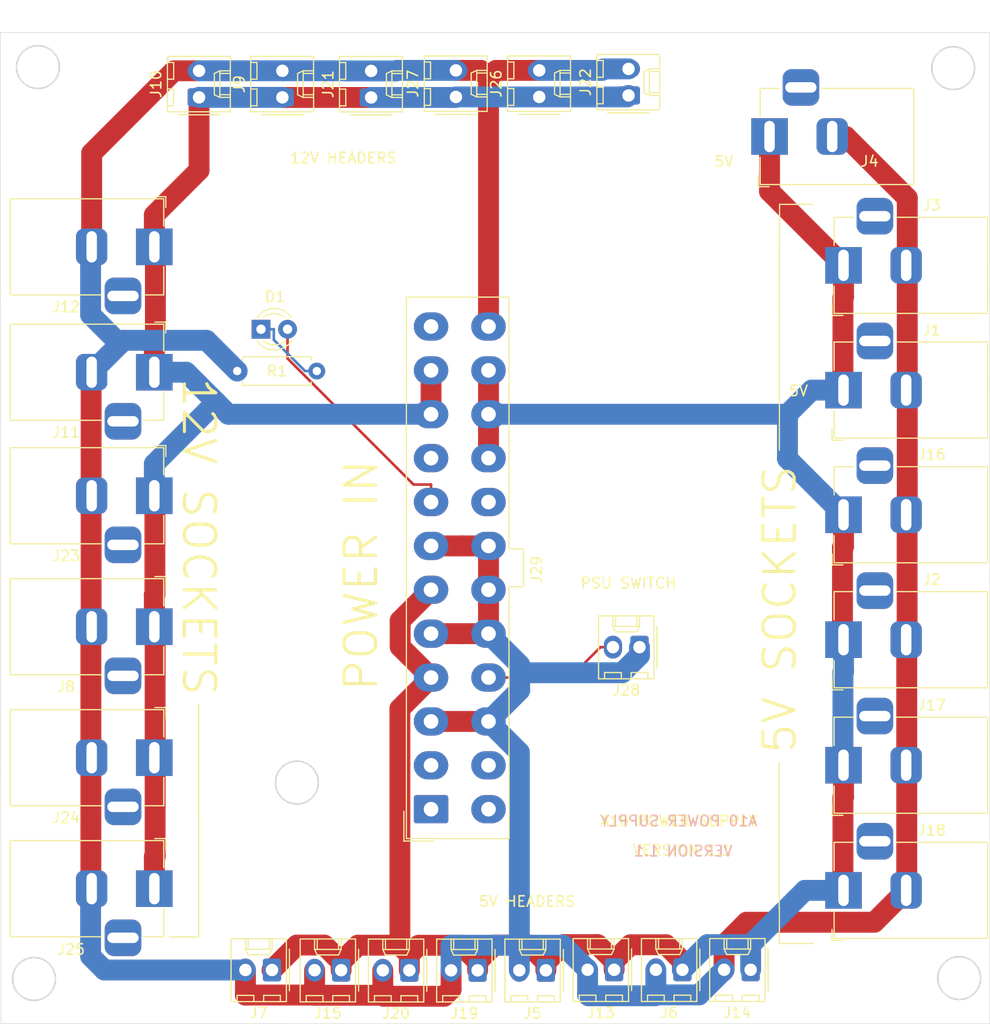
<source format=kicad_pcb>
(kicad_pcb (version 20240108) (generator "pcbnew") (generator_version "8.0")
  (layers (0 "F.Cu" signal) (31 "B.Cu" signal) (34 "B.Paste" user) (35 "F.Paste" user) (36 "B.SilkS" user "B.Silkscreen") (37 "F.SilkS" user "F.Silkscreen") (38 "B.Mask" user) (39 "F.Mask" user) (44 "Edge.Cuts" user))
  (net 0 "")
  (net 1 "/LED5V1")
  (net 2 "/12VSOCKETS+")
  (net 3 "Net-(D1-Pad1)")
  (net 4 "/LEDGND")
  (net 5 "/PWRGOOD")
  (net 6 "/PSUSW")
  (footprint "Connector_Molex:Molex_KK-254_AE-6410-02A_1x02_P2.54mm_Vertical" (layer "F.Cu") (at 52.2282 89.7508 180)
    (property "Reference" "J5" (at 1.27 -4.12 0) (layer "F.SilkS"))
    (property "Value" "5V")
    (pad "1" thru_hole roundrect (at 0 0 180) (size 1.74 2.19) (drill 1.19) (layers "*.Cu" "*.Mask") (roundrect_rratio 0.1436781609) (net 1 "/LED5V1"))
    (pad "2" thru_hole oval (at 2.54 0 180) (size 1.74 2.19) (drill 1.19) (layers "*.Cu" "*.Mask") (net 4 "/LEDGND"))
  )
  (footprint "Connector_Molex:Molex_KK-254_AE-6410-02A_1x02_P2.54mm_Vertical" (layer "F.Cu") (at 58.7622 89.7 180)
    (property "Reference" "J13" (at 1.27 -4.12 0) (layer "F.SilkS"))
    (property "Value" "5V")
    (pad "1" thru_hole roundrect (at 0 0 180) (size 1.74 2.19) (drill 1.19) (layers "*.Cu" "*.Mask") (roundrect_rratio 0.1436781609) (net 1 "/LED5V1"))
    (pad "2" thru_hole oval (at 2.54 0 180) (size 1.74 2.19) (drill 1.19) (layers "*.Cu" "*.Mask") (net 4 "/LEDGND"))
  )
  (footprint "Connector_Molex:Molex_KK-254_AE-6410-02A_1x02_P2.54mm_Vertical" (layer "F.Cu") (at 65.2961 89.7 180)
    (property "Reference" "J6" (at 1.27 -4.12 0) (layer "F.SilkS"))
    (property "Value" "5V")
    (pad "1" thru_hole roundrect (at 0 0 180) (size 1.74 2.19) (drill 1.19) (layers "*.Cu" "*.Mask") (roundrect_rratio 0.1436781609) (net 1 "/LED5V1"))
    (pad "2" thru_hole oval (at 2.54 0 180) (size 1.74 2.19) (drill 1.19) (layers "*.Cu" "*.Mask") (net 4 "/LEDGND"))
  )
  (footprint "Connector_Molex:Molex_KK-254_AE-6410-02A_1x02_P2.54mm_Vertical" (layer "F.Cu") (at 71.83 89.7 180)
    (property "Reference" "J14" (at 1.27 -4.12 0) (layer "F.SilkS"))
    (property "Value" "5V")
    (pad "1" thru_hole roundrect (at 0 0 180) (size 1.74 2.19) (drill 1.19) (layers "*.Cu" "*.Mask") (roundrect_rratio 0.1436781609) (net 1 "/LED5V1"))
    (pad "2" thru_hole oval (at 2.54 0 180) (size 1.74 2.19) (drill 1.19) (layers "*.Cu" "*.Mask") (net 4 "/LEDGND"))
  )
  (footprint "Connector_BarrelJack:BarrelJack_Horizontal" (layer "F.Cu") (at 80.72 34.2175 180)
    (property "Reference" "J1" (at -8.45 5.75 0) (layer "F.SilkS"))
    (property "Value" "5V" (at 4.31 -0.0725 0) (layer "F.SilkS"))
    (pad "1" thru_hole rect (at 0 0 180) (size 3.5 3.5) (drill oval 1 3) (layers "*.Cu" "*.Mask") (net 1 "/LED5V1"))
    (pad "2" thru_hole roundrect (at -6 0 180) (size 3 3.5) (drill oval 1 3) (layers "*.Cu" "*.Mask") (net 4 "/LEDGND"))
    (pad "3" thru_hole roundrect (at -3 4.7 180) (size 3.5 3.5) (drill oval 3 1) (layers "*.Cu" "*.Mask"))
  )
  (footprint "Connector_BarrelJack:BarrelJack_Horizontal" (layer "F.Cu") (at 80.72 46.1475 180)
    (property "Reference" "J16" (at -8.45 5.75 0) (layer "F.SilkS"))
    (property "Value" "5V")
    (pad "1" thru_hole rect (at 0 0 180) (size 3.5 3.5) (drill oval 1 3) (layers "*.Cu" "*.Mask") (net 1 "/LED5V1"))
    (pad "2" thru_hole roundrect (at -6 0 180) (size 3 3.5) (drill oval 1 3) (layers "*.Cu" "*.Mask") (net 4 "/LEDGND"))
    (pad "3" thru_hole roundrect (at -3 4.7 180) (size 3.5 3.5) (drill oval 3 1) (layers "*.Cu" "*.Mask"))
  )
  (footprint "Connector_BarrelJack:BarrelJack_Horizontal" (layer "F.Cu") (at 80.72 58.1075 180)
    (property "Reference" "J2" (at -8.45 5.75 0) (layer "F.SilkS"))
    (property "Value" "5V")
    (pad "1" thru_hole rect (at 0 0 180) (size 3.5 3.5) (drill oval 1 3) (layers "*.Cu" "*.Mask") (net 1 "/LED5V1"))
    (pad "2" thru_hole roundrect (at -6 0 180) (size 3 3.5) (drill oval 1 3) (layers "*.Cu" "*.Mask") (net 4 "/LEDGND"))
    (pad "3" thru_hole roundrect (at -3 4.7 180) (size 3.5 3.5) (drill oval 3 1) (layers "*.Cu" "*.Mask"))
  )
  (footprint "Connector_BarrelJack:BarrelJack_Horizontal" (layer "F.Cu") (at 80.72 70.1175 180)
    (property "Reference" "J17" (at -8.45 5.75 0) (layer "F.SilkS"))
    (property "Value" "5V")
    (pad "1" thru_hole rect (at 0 0 180) (size 3.5 3.5) (drill oval 1 3) (layers "*.Cu" "*.Mask") (net 1 "/LED5V1"))
    (pad "2" thru_hole roundrect (at -6 0 180) (size 3 3.5) (drill oval 1 3) (layers "*.Cu" "*.Mask") (net 4 "/LEDGND"))
    (pad "3" thru_hole roundrect (at -3 4.7 180) (size 3.5 3.5) (drill oval 3 1) (layers "*.Cu" "*.Mask"))
  )
  (footprint "Connector_BarrelJack:BarrelJack_Horizontal" (layer "F.Cu") (at 14.75 44.33)
    (property "Reference" "J23" (at -8.45 5.75 0) (layer "F.SilkS"))
    (property "Value" "12V")
    (pad "1" thru_hole rect (at 0 0) (size 3.5 3.5) (drill oval 1 3) (layers "*.Cu" "*.Mask") (net 2 "/12VSOCKETS+"))
    (pad "2" thru_hole roundrect (at -6 0) (size 3 3.5) (drill oval 1 3) (layers "*.Cu" "*.Mask") (net 4 "/LEDGND"))
    (pad "3" thru_hole roundrect (at -3 4.7) (size 3.5 3.5) (drill oval 3 1) (layers "*.Cu" "*.Mask"))
  )
  (footprint "Connector_BarrelJack:BarrelJack_Horizontal" (layer "F.Cu") (at 14.75 56.8658)
    (property "Reference" "J8" (at -8.45 5.75 0) (layer "F.SilkS"))
    (property "Value" "12V")
    (pad "1" thru_hole rect (at 0 0) (size 3.5 3.5) (drill oval 1 3) (layers "*.Cu" "*.Mask") (net 2 "/12VSOCKETS+"))
    (pad "2" thru_hole roundrect (at -6 0) (size 3 3.5) (drill oval 1 3) (layers "*.Cu" "*.Mask") (net 4 "/LEDGND"))
    (pad "3" thru_hole roundrect (at -3 4.7) (size 3.5 3.5) (drill oval 3 1) (layers "*.Cu" "*.Mask"))
  )
  (footprint "Connector_BarrelJack:BarrelJack_Horizontal" (layer "F.Cu") (at 14.75 69.4016)
    (property "Reference" "J24" (at -8.45 5.75 0) (layer "F.SilkS"))
    (property "Value" "12V")
    (pad "1" thru_hole rect (at 0 0) (size 3.5 3.5) (drill oval 1 3) (layers "*.Cu" "*.Mask") (net 2 "/12VSOCKETS+"))
    (pad "2" thru_hole roundrect (at -6 0) (size 3 3.5) (drill oval 1 3) (layers "*.Cu" "*.Mask") (net 4 "/LEDGND"))
    (pad "3" thru_hole roundrect (at -3 4.7) (size 3.5 3.5) (drill oval 3 1) (layers "*.Cu" "*.Mask"))
  )
  (footprint "Connector_Molex:Molex_Mini-Fit_Jr_5566-24A_2x12_P4.20mm_Vertical" (layer "F.Cu") (at 41.237 74.33 90)
    (property "Reference" "J29" (at 22.9288 10.1092 90) (layer "F.SilkS"))
    (property "Value" "Conn_01x24_Female")
    (pad "1" thru_hole roundrect (at 0 0 90) (size 2.7 3.3) (drill 1.4) (layers "*.Cu" "*.Mask") (roundrect_rratio 0.09259296296))
    (pad "2" thru_hole oval (at 4.2 0 90) (size 2.7 3.3) (drill 1.4) (layers "*.Cu" "*.Mask"))
    (pad "3" thru_hole oval (at 8.4 0 90) (size 2.7 3.3) (drill 1.4) (layers "*.Cu" "*.Mask") (net 4 "/LEDGND"))
    (pad "4" thru_hole oval (at 12.6 0 90) (size 2.7 3.3) (drill 1.4) (layers "*.Cu" "*.Mask") (net 1 "/LED5V1"))
    (pad "5" thru_hole oval (at 16.8 0 90) (size 2.7 3.3) (drill 1.4) (layers "*.Cu" "*.Mask") (net 4 "/LEDGND"))
    (pad "6" thru_hole oval (at 21 0 90) (size 2.7 3.3) (drill 1.4) (layers "*.Cu" "*.Mask") (net 1 "/LED5V1"))
    (pad "7" thru_hole oval (at 25.2 0 90) (size 2.7 3.3) (drill 1.4) (layers "*.Cu" "*.Mask") (net 4 "/LEDGND"))
    (pad "8" thru_hole oval (at 29.4 0 90) (size 2.7 3.3) (drill 1.4) (layers "*.Cu" "*.Mask") (net 5 "/PWRGOOD"))
    (pad "9" thru_hole oval (at 33.6 0 90) (size 2.7 3.3) (drill 1.4) (layers "*.Cu" "*.Mask"))
    (pad "10" thru_hole oval (at 37.8 0 90) (size 2.7 3.3) (drill 1.4) (layers "*.Cu" "*.Mask") (net 2 "/12VSOCKETS+"))
    (pad "11" thru_hole oval (at 42 0 90) (size 2.7 3.3) (drill 1.4) (layers "*.Cu" "*.Mask") (net 2 "/12VSOCKETS+"))
    (pad "12" thru_hole oval (at 46.2 0 90) (size 2.7 3.3) (drill 1.4) (layers "*.Cu" "*.Mask"))
    (pad "13" thru_hole oval (at 0 5.5 90) (size 2.7 3.3) (drill 1.4) (layers "*.Cu" "*.Mask"))
    (pad "14" thru_hole oval (at 4.2 5.5 90) (size 2.7 3.3) (drill 1.4) (layers "*.Cu" "*.Mask"))
    (pad "15" thru_hole oval (at 8.4 5.5 90) (size 2.7 3.3) (drill 1.4) (layers "*.Cu" "*.Mask") (net 4 "/LEDGND"))
    (pad "16" thru_hole oval (at 12.6 5.5 90) (size 2.7 3.3) (drill 1.4) (layers "*.Cu" "*.Mask") (net 6 "/PSUSW"))
    (pad "17" thru_hole oval (at 16.8 5.5 90) (size 2.7 3.3) (drill 1.4) (layers "*.Cu" "*.Mask") (net 4 "/LEDGND"))
    (pad "18" thru_hole oval (at 21 5.5 90) (size 2.7 3.3) (drill 1.4) (layers "*.Cu" "*.Mask") (net 4 "/LEDGND"))
    (pad "19" thru_hole oval (at 25.2 5.5 90) (size 2.7 3.3) (drill 1.4) (layers "*.Cu" "*.Mask") (net 4 "/LEDGND"))
    (pad "20" thru_hole oval (at 29.4 5.5 90) (size 2.7 3.3) (drill 1.4) (layers "*.Cu" "*.Mask"))
    (pad "21" thru_hole oval (at 33.6 5.5 90) (size 2.7 3.3) (drill 1.4) (layers "*.Cu" "*.Mask") (net 1 "/LED5V1"))
    (pad "22" thru_hole oval (at 37.8 5.5 90) (size 2.7 3.3) (drill 1.4) (layers "*.Cu" "*.Mask") (net 1 "/LED5V1"))
    (pad "23" thru_hole oval (at 42 5.5 90) (size 2.7 3.3) (drill 1.4) (layers "*.Cu" "*.Mask") (net 1 "/LED5V1"))
    (pad "24" thru_hole oval (at 46.2 5.5 90) (size 2.7 3.3) (drill 1.4) (layers "*.Cu" "*.Mask") (net 4 "/LEDGND"))
  )
  (footprint "Connector_Molex:Molex_KK-254_AE-6410-02A_1x02_P2.54mm_Vertical" (layer "F.Cu") (at 27.0056 6.2 90)
    (property "Reference" "J9" (at 1.27 -4.12 90) (layer "F.SilkS"))
    (property "Value" "12V")
    (pad "1" thru_hole roundrect (at 0 0 90) (size 1.74 2.19) (drill 1.19) (layers "*.Cu" "*.Mask") (roundrect_rratio 0.1436781609) (net 2 "/12VSOCKETS+"))
    (pad "2" thru_hole oval (at 2.54 0 90) (size 1.74 2.19) (drill 1.19) (layers "*.Cu" "*.Mask") (net 4 "/LEDGND"))
  )
  (footprint "Connector_Molex:Molex_KK-254_AE-6410-02A_1x02_P2.54mm_Vertical" (layer "F.Cu") (at 51.5956 6.16 90)
    (property "Reference" "J26" (at 1.27 -4.12 90) (layer "F.SilkS"))
    (property "Value" "12V")
    (pad "1" thru_hole roundrect (at 0 0 90) (size 1.74 2.19) (drill 1.19) (layers "*.Cu" "*.Mask") (roundrect_rratio 0.1436781609) (net 2 "/12VSOCKETS+"))
    (pad "2" thru_hole oval (at 2.54 0 90) (size 1.74 2.19) (drill 1.19) (layers "*.Cu" "*.Mask") (net 4 "/LEDGND"))
  )
  (footprint "Connector_Molex:Molex_KK-254_AE-6410-02A_1x02_P2.54mm_Vertical" (layer "F.Cu") (at 19.03 6.2 90)
    (property "Reference" "J10" (at 1.27 -4.12 90) (layer "F.SilkS"))
    (property "Value" "12V")
    (pad "1" thru_hole roundrect (at 0 0 90) (size 1.74 2.19) (drill 1.19) (layers "*.Cu" "*.Mask") (roundrect_rratio 0.1436781609) (net 2 "/12VSOCKETS+"))
    (pad "2" thru_hole oval (at 2.54 0 90) (size 1.74 2.19) (drill 1.19) (layers "*.Cu" "*.Mask") (net 4 "/LEDGND"))
  )
  (footprint "Connector_Molex:Molex_KK-254_AE-6410-02A_1x02_P2.54mm_Vertical" (layer "F.Cu") (at 43.62 6.16 90)
    (property "Reference" "J27" (at 1.27 -4.12 90) (layer "F.SilkS"))
    (property "Value" "12V")
    (pad "1" thru_hole roundrect (at 0 0 90) (size 1.74 2.19) (drill 1.19) (layers "*.Cu" "*.Mask") (roundrect_rratio 0.1436781609) (net 2 "/12VSOCKETS+"))
    (pad "2" thru_hole oval (at 2.54 0 90) (size 1.74 2.19) (drill 1.19) (layers "*.Cu" "*.Mask") (net 4 "/LEDGND"))
  )
  (footprint "Connector_Molex:Molex_KK-254_AE-6410-02A_1x02_P2.54mm_Vertical" (layer "F.Cu") (at 61.19 58.82 180)
    (property "Reference" "J28" (at 1.27 -4.12 0) (layer "F.SilkS"))
    (property "Value" "Conn_01x02_Female")
    (pad "1" thru_hole roundrect (at 0 0 180) (size 1.74 2.19) (drill 1.19) (layers "*.Cu" "*.Mask") (roundrect_rratio 0.1436781609) (net 4 "/LEDGND"))
    (pad "2" thru_hole oval (at 2.54 0 180) (size 1.74 2.19) (drill 1.19) (layers "*.Cu" "*.Mask") (net 6 "/PSUSW"))
  )
  (footprint "Connector_BarrelJack:BarrelJack_Horizontal" (layer "F.Cu") (at 80.72 82.0975 180)
    (property "Reference" "J18" (at -8.45 5.75 0) (layer "F.SilkS"))
    (property "Value" "5V")
    (pad "1" thru_hole rect (at 0 0 180) (size 3.5 3.5) (drill oval 1 3) (layers "*.Cu" "*.Mask") (net 1 "/LED5V1"))
    (pad "2" thru_hole roundrect (at -6 0 180) (size 3 3.5) (drill oval 1 3) (layers "*.Cu" "*.Mask") (net 4 "/LEDGND"))
    (pad "3" thru_hole roundrect (at -3 4.7 180) (size 3.5 3.5) (drill oval 3 1) (layers "*.Cu" "*.Mask"))
  )
  (footprint "Connector_BarrelJack:BarrelJack_Horizontal" (layer "F.Cu") (at 14.75 81.9374)
    (property "Reference" "J25" (at -7.9756 5.8156 0) (layer "F.SilkS"))
    (property "Value" "12V")
    (pad "1" thru_hole rect (at 0 0) (size 3.5 3.5) (drill oval 1 3) (layers "*.Cu" "*.Mask") (net 2 "/12VSOCKETS+"))
    (pad "2" thru_hole roundrect (at -6 0) (size 3 3.5) (drill oval 1 3) (layers "*.Cu" "*.Mask") (net 4 "/LEDGND"))
    (pad "3" thru_hole roundrect (at -3 4.7) (size 3.5 3.5) (drill oval 3 1) (layers "*.Cu" "*.Mask"))
  )
  (footprint "LED_THT:LED_D3.0mm" (layer "F.Cu") (at 24.961 28.394)
    (property "Reference" "D1" (at 1.34 -3.1 0) (layer "F.SilkS"))
    (property "Value" "LED")
    (pad "1" thru_hole rect (at 0 0) (size 1.8 1.8) (drill 0.9) (layers "*.Cu" "*.Mask") (net 3 "Net-(D1-Pad1)"))
    (pad "2" thru_hole circle (at 2.54 0) (size 1.8 1.8) (drill 0.9) (layers "*.Cu" "*.Mask") (net 5 "/PWRGOOD"))
  )
  (footprint "Resistor_THT:R_Axial_DIN0207_L6.3mm_D2.5mm_P7.62mm_Horizontal" (layer "F.Cu") (at 22.681 32.394)
    (property "Reference" "R1" (at 3.81 0 0) (layer "F.SilkS"))
    (property "Value" "1K")
    (pad "1" thru_hole circle (at 0 0) (size 1.6 1.6) (drill 0.8) (layers "*.Cu" "*.Mask") (net 4 "/LEDGND"))
    (pad "2" thru_hole oval (at 7.62 0) (size 1.6 1.6) (drill 0.8) (layers "*.Cu" "*.Mask") (net 3 "Net-(D1-Pad1)"))
  )
  (footprint "Connector_Molex:Molex_KK-254_AE-6410-02A_1x02_P2.54mm_Vertical" (layer "F.Cu") (at 35.502 6.2096 90)
    (property "Reference" "J21" (at 1.27 -4.12 90) (layer "F.SilkS"))
    (property "Value" "12V")
    (pad "1" thru_hole roundrect (at 0 0 90) (size 1.74 2.19) (drill 1.19) (layers "*.Cu" "*.Mask") (roundrect_rratio 0.1436781609) (net 2 "/12VSOCKETS+"))
    (pad "2" thru_hole oval (at 2.54 0 90) (size 1.74 2.19) (drill 1.19) (layers "*.Cu" "*.Mask") (net 4 "/LEDGND"))
  )
  (footprint "Connector_Molex:Molex_KK-254_AE-6410-02A_1x02_P2.54mm_Vertical" (layer "F.Cu") (at 60.1428 6.0172 90)
    (property "Reference" "J22" (at 1.27 -4.12 90) (layer "F.SilkS"))
    (property "Value" "12V")
    (pad "1" thru_hole roundrect (at 0 0 90) (size 1.74 2.19) (drill 1.19) (layers "*.Cu" "*.Mask") (roundrect_rratio 0.1436781609) (net 2 "/12VSOCKETS+"))
    (pad "2" thru_hole oval (at 2.54 0 90) (size 1.74 2.19) (drill 1.19) (layers "*.Cu" "*.Mask") (net 4 "/LEDGND"))
  )
  (footprint "Connector_Molex:Molex_KK-254_AE-6410-02A_1x02_P2.54mm_Vertical" (layer "F.Cu") (at 45.6943 89.7508 180)
    (property "Reference" "J19" (at 1.27 -4.12 0) (layer "F.SilkS"))
    (property "Value" "5V")
    (pad "1" thru_hole roundrect (at 0 0 180) (size 1.74 2.19) (drill 1.19) (layers "*.Cu" "*.Mask") (roundrect_rratio 0.1436781609) (net 1 "/LED5V1"))
    (pad "2" thru_hole oval (at 2.54 0 180) (size 1.74 2.19) (drill 1.19) (layers "*.Cu" "*.Mask") (net 4 "/LEDGND"))
  )
  (footprint "Connector_Molex:Molex_KK-254_AE-6410-02A_1x02_P2.54mm_Vertical" (layer "F.Cu") (at 39.1604 89.7508 180)
    (property "Reference" "J20" (at 1.27 -4.12 0) (layer "F.SilkS"))
    (property "Value" "5V")
    (pad "1" thru_hole roundrect (at 0 0 180) (size 1.74 2.19) (drill 1.19) (layers "*.Cu" "*.Mask") (roundrect_rratio 0.1436781609) (net 1 "/LED5V1"))
    (pad "2" thru_hole oval (at 2.54 0 180) (size 1.74 2.19) (drill 1.19) (layers "*.Cu" "*.Mask") (net 4 "/LEDGND"))
  )
  (footprint "Connector_Molex:Molex_KK-254_AE-6410-02A_1x02_P2.54mm_Vertical" (layer "F.Cu") (at 26.01 89.72 180)
    (property "Reference" "J7" (at 1.27 -4.12 0) (layer "F.SilkS"))
    (property "Value" "5V")
    (pad "1" thru_hole roundrect (at 0 0 180) (size 1.74 2.19) (drill 1.19) (layers "*.Cu" "*.Mask") (roundrect_rratio 0.1436781609) (net 1 "/LED5V1"))
    (pad "2" thru_hole oval (at 2.54 0 180) (size 1.74 2.19) (drill 1.19) (layers "*.Cu" "*.Mask") (net 4 "/LEDGND"))
  )
  (footprint "Connector_BarrelJack:BarrelJack_Horizontal" (layer "F.Cu") (at 14.75 20.5067)
    (property "Reference" "J12" (at -8.45 5.75 0) (layer "F.SilkS"))
    (property "Value" "12V")
    (pad "1" thru_hole rect (at 0 0) (size 3.5 3.5) (drill oval 1 3) (layers "*.Cu" "*.Mask") (net 2 "/12VSOCKETS+"))
    (pad "2" thru_hole roundrect (at -6 0) (size 3 3.5) (drill oval 1 3) (layers "*.Cu" "*.Mask") (net 4 "/LEDGND"))
    (pad "3" thru_hole roundrect (at -3 4.7) (size 3.5 3.5) (drill oval 3 1) (layers "*.Cu" "*.Mask"))
  )
  (footprint "Connector_Molex:Molex_KK-254_AE-6410-02A_1x02_P2.54mm_Vertical" (layer "F.Cu") (at 32.63 89.74 180)
    (property "Reference" "J15" (at 1.27 -4.12 0) (layer "F.SilkS"))
    (property "Value" "5V")
    (pad "1" thru_hole roundrect (at 0 0 180) (size 1.74 2.19) (drill 1.19) (layers "*.Cu" "*.Mask") (roundrect_rratio 0.1436781609) (net 1 "/LED5V1"))
    (pad "2" thru_hole oval (at 2.54 0 180) (size 1.74 2.19) (drill 1.19) (layers "*.Cu" "*.Mask") (net 4 "/LEDGND"))
  )
  (footprint "Connector_BarrelJack:BarrelJack_Horizontal" (layer "F.Cu") (at 73.64 9.9475 180)
    (property "Reference" "J4" (at -9.57 -2.3725 0) (layer "F.SilkS"))
    (property "Value" "5V" (at 4.38 -2.4025 0) (layer "F.SilkS"))
    (pad "1" thru_hole rect (at 0 0 180) (size 3.5 3.5) (drill oval 1 3) (layers "*.Cu" "*.Mask") (net 1 "/LED5V1"))
    (pad "2" thru_hole roundrect (at -6 0 180) (size 3 3.5) (drill oval 1 3) (layers "*.Cu" "*.Mask") (net 4 "/LEDGND"))
    (pad "3" thru_hole roundrect (at -3 4.7 180) (size 3.5 3.5) (drill oval 3 1) (layers "*.Cu" "*.Mask"))
  )
  (footprint "Connector_BarrelJack:BarrelJack_Horizontal" (layer "F.Cu") (at 80.72 22.2775 180)
    (property "Reference" "J3" (at -8.45 5.75 0) (layer "F.SilkS"))
    (property "Value" "5V")
    (pad "1" thru_hole rect (at 0 0 180) (size 3.5 3.5) (drill oval 1 3) (layers "*.Cu" "*.Mask") (net 1 "/LED5V1"))
    (pad "2" thru_hole roundrect (at -6 0 180) (size 3 3.5) (drill oval 1 3) (layers "*.Cu" "*.Mask") (net 4 "/LEDGND"))
    (pad "3" thru_hole roundrect (at -3 4.7 180) (size 3.5 3.5) (drill oval 3 1) (layers "*.Cu" "*.Mask"))
  )
  (footprint "Connector_BarrelJack:BarrelJack_Horizontal" (layer "F.Cu") (at 14.75 32.5067)
    (property "Reference" "J11" (at -8.45 5.75 0) (layer "F.SilkS"))
    (property "Value" "12V")
    (pad "1" thru_hole rect (at 0 0) (size 3.5 3.5) (drill oval 1 3) (layers "*.Cu" "*.Mask") (net 2 "/12VSOCKETS+"))
    (pad "2" thru_hole roundrect (at -6 0) (size 3 3.5) (drill oval 1 3) (layers "*.Cu" "*.Mask") (net 4 "/LEDGND"))
    (pad "3" thru_hole roundrect (at -3 4.7) (size 3.5 3.5) (drill oval 3 1) (layers "*.Cu" "*.Mask"))
  )
  (gr_line (start 18.9992 64.262) (end 19 86.58) (stroke (width 0.12)) (layer "F.SilkS"))
  (gr_line (start 74.62 16.44) (end 77.7696 16.44) (stroke (width 0.12)) (layer "F.SilkS"))
  (gr_line (start 74.5792 83.6744) (end 74.5792 87.1796) (stroke (width 0.12)) (layer "F.SilkS"))
  (gr_line (start 74.56 69.91) (end 74.56 83.85) (stroke (width 0.12)) (layer "F.SilkS"))
  (gr_line (start 74.5792 39.9732) (end 74.6 16.45) (stroke (width 0.12)) (layer "F.SilkS"))
  (gr_line (start 74.5792 87.1796) (end 77.8304 87.1796) (stroke (width 0.12)) (layer "F.SilkS"))
  (gr_line (start 19.0024 86.55) (end 16.1576 86.55) (stroke (width 0.12)) (layer "F.SilkS"))
  (gr_line (start 0 0) (end 94.72 0) (stroke (width 0.05)) (layer "Edge.Cuts"))
  (gr_circle (center 3.2332 90.5764) (end 5.2832 90.5764) (stroke (width 0.15)) (fill none) (layer "Edge.Cuts"))
  (gr_circle (center 91.2188 3.4036) (end 93.2688 3.4036) (stroke (width 0.15)) (fill none) (layer "Edge.Cuts"))
  (gr_circle (center 91.7956 90.4928) (end 93.8456 90.4928) (stroke (width 0.15)) (fill none) (layer "Edge.Cuts"))
  (gr_line (start 94.72 0) (end 94.73 94.86) (stroke (width 0.05)) (layer "Edge.Cuts"))
  (gr_circle (center 28.3972 71.7804) (end 30.4472 71.7804) (stroke (width 0.15)) (fill none) (layer "Edge.Cuts"))
  (gr_line (start 0 0) (end 0.07 94.85) (stroke (width 0.05)) (layer "Edge.Cuts"))
  (gr_line (start 0.07 94.85) (end 94.73 94.86) (stroke (width 0.05)) (layer "Edge.Cuts"))
  (gr_circle (center 3.6068 3.302) (end 5.6568 3.302) (stroke (width 0.15)) (fill none) (layer "Edge.Cuts"))
  (gr_text "A10 POWER SUPPLY" (at 64.95 75.46 0) (layer "B.SilkS") (effects (font (size 1 1)) (justify mirror)))
  (gr_text "VERSION 1.1" (at 65.37 78.34 0) (layer "B.SilkS") (effects (font (size 1 1)) (justify mirror)))
  (gr_text "12V SOCKETS" (at 18.9992 48.26 270) (layer "F.SilkS") (effects (font (size 3 3) (thickness 0.3))))
  (gr_text "PSU SWITCH" (at 60.13 52.69 0) (layer "F.SilkS") (effects (font (size 1 1))))
  (gr_text "5V HEADERS" (at 50.44 83.16 0) (layer "F.SilkS") (effects (font (size 1 1))))
  (gr_text "5V SOCKETS" (at 74.63 55.2132 90) (layer "F.SilkS") (effects (font (size 3 3) (thickness 0.3))))
  (gr_text "12V HEADERS" (at 32.84 12 0) (layer "F.SilkS") (effects (font (size 1 1))))
  (gr_text "VERSION 1.1" (at 65.28 78.26 0) (layer "F.SilkS") (effects (font (size 1 1))))
  (gr_text "A10 POWER SUPPLY" (at 64.95 75.46 0) (layer "F.SilkS") (effects (font (size 1 1))))
  (gr_text "POWER IN" (at 34.54 51.95 90) (layer "F.SilkS") (effects (font (size 3 3) (thickness 0.3))))
  (segment (start 46.737 36.53) (end 46.737 32.33) (width 2) (layer "F.Cu") (net 1))
  (segment (start 80.6663 34.1638) (end 80.6663 25.3815) (width 2) (layer "F.Cu") (net 1))
  (segment (start 39.1604 89.7508) (end 39.1604 88.2488) (width 2) (layer "F.Cu") (net 1))
  (segment (start 80.6663 73.2215) (end 80.72 73.1678) (width 2) (layer "F.Cu") (net 1))
  (segment (start 31.0015 87.3325) (end 32.63 88.961) (width 2) (layer "F.Cu") (net 1))
  (segment (start 52.2282 88.987) (end 53.9232 87.292) (width 2) (layer "F.Cu") (net 1))
  (segment (start 80.72 34.2175) (end 80.6663 34.1638) (width 2) (layer "F.Cu") (net 1))
  (segment (start 80.6211 49.2967) (end 80.72 49.1978) (width 2) (layer "F.Cu") (net 1))
  (segment (start 40.0538 87.3554) (end 39.1604 88.2488) (width 2) (layer "F.Cu") (net 1))
  (segment (start 80.72 46.1475) (end 80.72 49.1978) (width 2) (layer "F.Cu") (net 1))
  (segment (start 80.6211 58.0086) (end 80.6211 49.2967) (width 2) (layer "F.Cu") (net 1))
  (segment (start 65.2961 89.7) (end 65.2961 88.8753) (width 2) (layer "F.Cu") (net 1))
  (segment (start 80.72 70.1175) (end 80.72 73.1678) (width 2) (layer "F.Cu") (net 1))
  (segment (start 80.6663 25.3815) (end 80.72 25.3278) (width 2) (layer "F.Cu") (net 1))
  (segment (start 80.72 22.2775) (end 80.72 25.3278) (width 2) (layer "F.Cu") (net 1))
  (segment (start 38.2562 64.7108) (end 41.237 61.73) (width 2) (layer "F.Cu") (net 1))
  (segment (start 41.237 61.73) (end 38.2834 58.7764) (width 2) (layer "F.Cu") (net 1))
  (segment (start 57.1799 87.292) (end 58.7622 88.8743) (width 2) (layer "F.Cu") (net 1))
  (segment (start 52.2282 89.7508) (end 52.2282 88.987) (width 2) (layer "F.Cu") (net 1))
  (segment (start 53.9232 87.292) (end 57.1799 87.292) (width 2) (layer "F.Cu") (net 1))
  (segment (start 46.737 40.73) (end 46.737 36.53) (width 2) (layer "F.Cu") (net 1))
  (segment (start 63.7254 87.3046) (end 60.3319 87.3046) (width 2) (layer "F.Cu") (net 1))
  (segment (start 38.2834 56.2836) (end 41.237 53.33) (width 2) (layer "F.Cu") (net 1))
  (segment (start 38.2562 87.3446) (end 34.2464 87.3446) (width 2) (layer "F.Cu") (net 1))
  (segment (start 34.2464 87.3446) (end 32.63 88.961) (width 2) (layer "F.Cu") (net 1))
  (segment (start 28.3975 87.3325) (end 31.0015 87.3325) (width 2) (layer "F.Cu") (net 1))
  (segment (start 45.6943 89.7508) (end 45.6943 88.9261) (width 2) (layer "F.Cu") (net 1))
  (segment (start 80.72 82.0975) (end 80.6663 82.0438) (width 2) (layer "F.Cu") (net 1))
  (segment (start 65.2961 88.8753) (end 63.7254 87.3046) (width 2) (layer "F.Cu") (net 1))
  (segment (start 38.2562 87.3446) (end 38.2562 64.7108) (width 2) (layer "F.Cu") (net 1))
  (segment (start 39.1604 88.2488) (end 38.2562 87.3446) (width 2) (layer "F.Cu") (net 1))
  (segment (start 60.3319 87.3046) (end 58.7622 88.8743) (width 2) (layer "F.Cu") (net 1))
  (segment (start 38.2834 58.7764) (end 38.2834 56.2836) (width 2) (layer "F.Cu") (net 1))
  (segment (start 52.2282 88.987) (end 50.5672 87.326) (width 2) (layer "F.Cu") (net 1))
  (segment (start 47.2944 87.326) (end 45.6943 88.9261) (width 2) (layer "F.Cu") (net 1))
  (segment (start 73.64 9.9475) (end 73.64 15.1975) (width 2) (layer "F.Cu") (net 1))
  (segment (start 45.6943 88.9261) (end 44.1236 87.3554) (width 2) (layer "F.Cu") (net 1))
  (segment (start 58.7622 88.8743) (end 58.7622 89.7) (width 2) (layer "F.Cu") (net 1))
  (segment (start 80.6663 82.0438) (end 80.6663 73.2215) (width 2) (layer "F.Cu") (net 1))
  (segment (start 44.1236 87.3554) (end 40.0538 87.3554) (width 2) (layer "F.Cu") (net 1))
  (segment (start 32.63 88.961) (end 32.63 89.74) (width 2) (layer "F.Cu") (net 1))
  (segment (start 26.01 89.72) (end 28.3975 87.3325) (width 2) (layer "F.Cu") (net 1))
  (segment (start 80.72 58.1075) (end 80.6211 58.0086) (width 2) (layer "F.Cu") (net 1))
  (segment (start 73.64 15.1975) (end 80.72 22.2775) (width 2) (layer "F.Cu") (net 1))
  (segment (start 50.5672 87.326) (end 47.2944 87.326) (width 2) (layer "F.Cu") (net 1))
  (segment (start 77.028 82.0975) (end 77.6697 82.0975) (width 2) (layer "B.Cu") (net 1))
  (segment (start 46.737 36.53) (end 75.3572 36.53) (width 2) (layer "B.Cu") (net 1))
  (segment (start 80.72 34.2175) (end 77.6697 34.2175) (width 2) (layer "B.Cu") (net 1))
  (segment (start 75.3572 40.7847) (end 75.3572 36.53) (width 2) (layer "B.Cu") (net 1))
  (segment (start 80.72 61.1578) (end 80.6663 61.2115) (width 2) (layer "B.Cu") (net 1))
  (segment (start 71.83 87.2955) (end 67.7006 87.2955) (width 2) (layer "B.Cu") (net 1))
  (segment (start 80.72 58.1075) (end 80.72 61.1578) (width 2) (layer "B.Cu") (net 1))
  (segment (start 80.72 82.0975) (end 77.6697 82.0975) (width 2) (layer "B.Cu") (net 1))
  (segment (start 80.6663 61.2115) (end 80.6663 70.0638) (width 2) (layer "B.Cu") (net 1))
  (segment (start 71.83 87.2955) (end 77.028 82.0975) (width 2) (layer "B.Cu") (net 1))
  (segment (start 67.7006 87.2955) (end 65.2961 89.7) (width 2) (layer "B.Cu") (net 1))
  (segment (start 71.83 89.7) (end 71.83 87.2955) (width 2) (layer "B.Cu") (net 1))
  (segment (start 80.72 46.1475) (end 75.3572 40.7847) (width 2) (layer "B.Cu") (net 1))
  (segment (start 75.3572 36.53) (end 77.6697 34.2175) (width 2) (layer "B.Cu") (net 1))
  (segment (start 80.6663 70.0638) (end 80.72 70.1175) (width 2) (layer "B.Cu") (net 1))
  (segment (start 14.75 32.5067) (end 14.75 29.4564) (width 2) (layer "F.Cu") (net 2))
  (segment (start 14.8247 70.3676) (end 14.8247 78.8124) (width 2) (layer "F.Cu") (net 2))
  (segment (start 14.8247 69.4763) (end 14.8247 70.3676) (width 2) (layer "F.Cu") (net 2))
  (segment (start 14.75 56.8658) (end 14.75 53.8155) (width 2) (layer "F.Cu") (net 2))
  (segment (start 14.75 69.4016) (end 14.8247 69.4763) (width 2) (layer "F.Cu") (net 2))
  (segment (start 41.237 36.53) (end 41.237 32.33) (width 2) (layer "F.Cu") (net 2))
  (segment (start 14.8529 29.3535) (end 14.8529 20.6096) (width 2) (layer "F.Cu") (net 2))
  (segment (start 14.75 29.4564) (end 14.8529 29.3535) (width 2) (layer "F.Cu") (net 2))
  (segment (start 14.8529 20.6096) (end 14.75 20.5067) (width 2) (layer "F.Cu") (net 2))
  (segment (start 14.8037 44.3837) (end 14.8037 53.7618) (width 2) (layer "F.Cu") (net 2))
  (segment (start 14.75 17.4564) (end 19.03 13.1764) (width 2) (layer "F.Cu") (net 2))
  (segment (start 14.8247 78.8124) (end 14.75 78.8871) (width 2) (layer "F.Cu") (net 2))
  (segment (start 14.8247 70.3676) (end 14.8247 56.9405) (width 2) (layer "F.Cu") (net 2))
  (segment (start 14.75 44.33) (end 14.8037 44.3837) (width 2) (layer "F.Cu") (net 2))
  (segment (start 27.0152 6.2096) (end 27.0056 6.2) (width 2) (layer "F.Cu") (net 2))
  (segment (start 19.03 13.1764) (end 19.03 6.2) (width 2) (layer "F.Cu") (net 2))
  (segment (start 35.502 6.2096) (end 27.0152 6.2096) (width 2) (layer "F.Cu") (net 2))
  (segment (start 14.8247 56.9405) (end 14.75 56.8658) (width 2) (layer "F.Cu") (net 2))
  (segment (start 14.75 20.5067) (end 14.75 17.4564) (width 2) (layer "F.Cu") (net 2))
  (segment (start 14.75 81.9374) (end 14.75 78.8871) (width 2) (layer "F.Cu") (net 2))
  (segment (start 14.8037 53.7618) (end 14.75 53.8155) (width 2) (layer "F.Cu") (net 2))
  (segment (start 14.75 41.2797) (end 20.6617 35.368) (width 2) (layer "B.Cu") (net 2))
  (segment (start 60 6.16) (end 60.1428 6.0172) (width 2) (layer "B.Cu") (net 2))
  (segment (start 20.6617 35.368) (end 17.8003 32.5067) (width 2) (layer "B.Cu") (net 2))
  (segment (start 14.75 44.33) (end 14.75 41.2797) (width 2) (layer "B.Cu") (net 2))
  (segment (start 35.502 6.2096) (end 43.5704 6.2096) (width 2) (layer "B.Cu") (net 2))
  (segment (start 21.8236 36.53) (end 20.6617 35.368) (width 2) (layer "B.Cu") (net 2))
  (segment (start 14.75 32.5067) (end 17.8003 32.5067) (width 2) (layer "B.Cu") (net 2))
  (segment (start 19.03 6.2) (end 27.0056 6.2) (width 2) (layer "B.Cu") (net 2))
  (segment (start 43.62 6.16) (end 51.5956 6.16) (width 2) (layer "B.Cu") (net 2))
  (segment (start 41.237 36.53) (end 21.8236 36.53) (width 2) (layer "B.Cu") (net 2))
  (segment (start 51.5956 6.16) (end 60 6.16) (width 2) (layer "B.Cu") (net 2))
  (segment (start 43.5704 6.2096) (end 43.62 6.16) (width 2) (layer "B.Cu") (net 2))
  (segment (start 24.961 28.394) (end 26.1863 28.394) (width 0.25) (layer "B.Cu") (net 3))
  (segment (start 30.301 32.394) (end 29.1757 32.394) (width 0.25) (layer "B.Cu") (net 3))
  (segment (start 26.1863 29.4046) (end 29.1757 32.394) (width 0.25) (layer "B.Cu") (net 3))
  (segment (start 26.1863 28.394) (end 26.1863 29.4046) (width 0.25) (layer "B.Cu") (net 3))
  (segment (start 8.75 44.33) (end 8.6963 44.2763) (width 2) (layer "F.Cu") (net 4))
  (segment (start 8.6744 69.4016) (end 8.6744 56.9414) (width 2) (layer "F.Cu") (net 4))
  (segment (start 86.8229 46.0446) (end 86.8229 34.3204) (width 2) (layer "F.Cu") (net 4))
  (segment (start 8.6963 32.5604) (end 8.75 32.5067) (width 2) (layer "F.Cu") (net 4))
  (segment (start 36.6204 89.7508) (end 36.6204 91.5661) (width 2) (layer "F.Cu") (net 4))
  (segment (start 86.8246 22.1729) (end 86.72 22.2775) (width 2) (layer "F.Cu") (net 4))
  (segment (start 41.237 65.93) (end 46.737 65.93) (width 2) (layer "F.Cu") (net 4))
  (segment (start 43.1543 89.7508) (end 43.1543 91.5715) (width 2) (layer "F.Cu") (net 4))
  (segment (start 47.4587 3.62) (end 46.737 4.3417) (width 2) (layer "F.Cu") (net 4))
  (segment (start 30.0911 92.1364) (end 30.09 92.1353) (width 2) (layer "F.Cu") (net 4))
  (segment (start 36.6204 92.1364) (end 30.0911 92.1364) (width 2) (layer "F.Cu") (net 4))
  (segment (start 86.8246 15.832) (end 86.8246 22.1729) (width 2) (layer "F.Cu") (net 4))
  (segment (start 36.7151 92.2311) (end 36.6204 92.1364) (width 2) (layer "F.Cu") (net 4))
  (segment (start 41.237 49.13) (end 44.1873 49.13) (width 2) (layer "F.Cu") (net 4))
  (segment (start 46.0153 3.62) (end 46.737 4.3417) (width 2) (layer "F.Cu") (net 4))
  (segment (start 16.6347 3.66) (end 8.75 11.5447) (width 2) (layer "F.Cu") (net 4))
  (segment (start 69.29 87.3047) (end 71.4469 85.1478) (width 2) (layer "F.Cu") (net 4))
  (segment (start 8.75 11.5447) (end 8.75 20.5067) (width 2) (layer "F.Cu") (net 4))
  (segment (start 80.9401 9.9475) (end 86.8246 15.832) (width 2) (layer "F.Cu") (net 4))
  (segment (start 30.09 91.5507) (end 30.09 92.1164) (width 2) (layer "F.Cu") (net 4))
  (segment (start 71.4469 85.1478) (end 83.6697 85.1478) (width 2) (layer "F.Cu") (net 4))
  (segment (start 46.737 57.53) (end 44.1873 57.53) (width 2) (layer "F.Cu") (net 4))
  (segment (start 79.64 9.9475) (end 80.9401 9.9475) (width 2) (layer "F.Cu") (net 4))
  (segment (start 23.4711 92.1164) (end 23.47 92.1153) (width 2) (layer "F.Cu") (net 4))
  (segment (start 30.09 92.1164) (end 23.4711 92.1164) (width 2) (layer "F.Cu") (net 4))
  (segment (start 86.72 82.0975) (end 86.7737 82.0438) (width 2) (layer "F.Cu") (net 4))
  (segment (start 86.8229 34.1146) (end 86.8229 22.3804) (width 2) (layer "F.Cu") (net 4))
  (segment (start 46.737 49.13) (end 44.1873 49.13) (width 2) (layer "F.Cu") (net 4))
  (segment (start 8.6963 56.8121) (end 8.6963 44.3837) (width 2) (layer "F.Cu") (net 4))
  (segment (start 83.6697 85.1478) (end 86.72 82.0975) (width 2) (layer "F.Cu") (net 4))
  (segment (start 23.47 89.72) (end 23.47 92.1153) (width 2) (layer "F.Cu") (net 4))
  (segment (start 30.09 89.74) (end 30.09 91.5507) (width 2) (layer "F.Cu") (net 4))
  (segment (start 8.6744 56.9414) (end 8.75 56.8658) (width 2) (layer "F.Cu") (net 4))
  (segment (start 86.72 58.1075) (end 86.7737 58.1612) (width 2) (layer "F.Cu") (net 4))
  (segment (start 46.737 57.53) (end 46.737 53.33) (width 2) (layer "F.Cu") (net 4))
  (segment (start 43.62 3.62) (end 46.0153 3.62) (width 2) (layer "F.Cu") (net 4))
  (segment (start 36.6204 91.5661) (end 36.6204 92.1364) (width 2) (layer "F.Cu") (net 4))
  (segment (start 43.1543 91.5715) (end 42.4947 92.2311) (width 2) (layer "F.Cu") (net 4))
  (segment (start 46.737 4.3417) (end 46.737 28.13) (width 2) (layer "F.Cu") (net 4))
  (segment (start 8.75 81.9374) (end 8.6744 81.8618) (width 2) (layer "F.Cu") (net 4))
  (segment (start 8.75 69.4016) (end 8.6744 69.4016) (width 2) (layer "F.Cu") (net 4))
  (segment (start 86.8089 46.2364) (end 86.72 46.1475) (width 2) (layer "F.Cu") (net 4))
  (segment (start 86.72 58.1075) (end 86.8089 58.0186) (width 2) (layer "F.Cu") (net 4))
  (segment (start 86.72 46.1475) (end 86.8229 46.0446) (width 2) (layer "F.Cu") (net 4))
  (segment (start 8.75 56.8658) (end 8.6963 56.8121) (width 2) (layer "F.Cu") (net 4))
  (segment (start 86.7737 70.0638) (end 86.72 70.1175) (width 2) (layer "F.Cu") (net 4))
  (segment (start 86.8089 58.0186) (end 86.8089 46.2364) (width 2) (layer "F.Cu") (net 4))
  (segment (start 46.737 53.33) (end 46.737 49.13) (width 2) (layer "F.Cu") (net 4))
  (segment (start 8.6963 44.2763) (end 8.6963 32.5604) (width 2) (layer "F.Cu") (net 4))
  (segment (start 86.8229 22.3804) (end 86.72 22.2775) (width 2) (layer "F.Cu") (net 4))
  (segment (start 86.7737 70.1712) (end 86.72 70.1175) (width 2) (layer "F.Cu") (net 4))
  (segment (start 86.7737 82.0438) (end 86.7737 70.1712) (width 2) (layer "F.Cu") (net 4))
  (segment (start 69.29 89.7) (end 69.29 87.3047) (width 2) (layer "F.Cu") (net 4))
  (segment (start 86.72 34.2175) (end 86.8229 34.1146) (width 2) (layer "F.Cu") (net 4))
  (segment (start 42.4947 92.2311) (end 36.7151 92.2311) (width 2) (layer "F.Cu") (net 4))
  (segment (start 8.6744 81.8618) (end 8.6744 69.4016) (width 2) (layer "F.Cu") (net 4))
  (segment (start 41.237 57.53) (end 44.1873 57.53) (width 2) (layer "F.Cu") (net 4))
  (segment (start 30.09 92.1164) (end 30.09 92.1353) (width 2) (layer "F.Cu") (net 4))
  (segment (start 8.6963 44.3837) (end 8.75 44.33) (width 2) (layer "F.Cu") (net 4))
  (segment (start 19.03 3.66) (end 16.6347 3.66) (width 2) (layer "F.Cu") (net 4))
  (segment (start 51.5956 3.62) (end 47.4587 3.62) (width 2) (layer "F.Cu") (net 4))
  (segment (start 86.7737 58.1612) (end 86.7737 70.0638) (width 2) (layer "F.Cu") (net 4))
  (segment (start 86.8229 34.3204) (end 86.72 34.2175) (width 2) (layer "F.Cu") (net 4))
  (segment (start 37.8973 3.6696) (end 37.9469 3.62) (width 2) (layer "B.Cu") (net 4))
  (segment (start 11.8004 29.4563) (end 11.4486 29.8081) (width 2) (layer "B.Cu") (net 4))
  (segment (start 46.737 65.93) (end 49.7184 62.9486) (width 2) (layer "B.Cu") (net 4))
  (segment (start 62.6658 92.1856) (end 56.3125 92.1856) (width 2) (layer "B.Cu") (net 4))
  (segment (start 19.7433 29.4563) (end 11.8004 29.4563) (width 2) (layer "B.Cu") (net 4))
  (segment (start 49.7184 62.9486) (end 49.7184 61.273) (width 2) (layer "B.Cu") (net 4))
  (segment (start 8.6471 27.0067) (end 8.6471 20.6096) (width 2) (layer "B.Cu") (net 4))
  (segment (start 57.6047 3.62) (end 57.7475 3.4772) (width 2) (layer "B.Cu") (net 4))
  (segment (start 56.2222 89.7) (end 56.2222 92.0953) (width 2) (layer "B.Cu") (net 4))
  (segment (start 53.8742 87.352) (end 49.6882 87.352) (width 2) (layer "B.Cu") (net 4))
  (segment (start 62.7561 89.7) (end 62.7561 91.5207) (width 2) (layer "B.Cu") (net 4))
  (segment (start 51.5956 3.62) (end 57.6047 3.62) (width 2) (layer "B.Cu") (net 4))
  (segment (start 69.29 89.7) (end 66.8877 92.1023) (width 2) (layer "B.Cu") (net 4))
  (segment (start 23.47 89.72) (end 9.9699 89.72) (width 2) (layer "B.Cu") (net 4))
  (segment (start 8.6471 82.0403) (end 8.75 81.9374) (width 2) (layer "B.Cu") (net 4))
  (segment (start 35.502 3.6696) (end 37.8973 3.6696) (width 2) (layer "B.Cu") (net 4))
  (segment (start 56.2222 89.7) (end 53.8742 87.352) (width 2) (layer "B.Cu") (net 4))
  (segment (start 43.1578 87.352) (end 49.6882 87.352) (width 2) (layer "B.Cu") (net 4))
  (segment (start 49.6882 68.8812) (end 49.6882 87.352) (width 2) (layer "B.Cu") (net 4))
  (segment (start 49.6882 87.352) (end 49.6882 89.7508) (width 2) (layer "B.Cu") (net 4))
  (segment (start 11.4486 29.8081) (end 8.75 32.5067) (width 2) (layer "B.Cu") (net 4))
  (segment (start 27.0056 3.66) (end 33.0971 3.66) (width 2) (layer "B.Cu") (net 4))
  (segment (start 49.7184 60.5114) (end 46.737 57.53) (width 2) (layer "B.Cu") (net 4))
  (segment (start 62.7561 92.0953) (end 62.6658 92.1856) (width 2) (layer "B.Cu") (net 4))
  (segment (start 33.0971 3.66) (end 33.1067 3.6696) (width 2) (layer "B.Cu") (net 4))
  (segment (start 43.1543 87.3555) (end 43.1578 87.352) (width 2) (layer "B.Cu") (net 4))
  (segment (start 62.7631 92.1023) (end 62.7561 92.0953) (width 2) (layer "B.Cu") (net 4))
  (segment (start 8.6471 20.6096) (end 8.75 20.5067) (width 2) (layer "B.Cu") (net 4))
  (segment (start 37.9469 3.62) (end 43.62 3.62) (width 2) (layer "B.Cu") (net 4))
  (segment (start 56.3125 92.1856) (end 56.2222 92.0953) (width 2) (layer "B.Cu") (net 4))
  (segment (start 22.681 32.394) (end 19.7433 29.4563) (width 2) (layer "B.Cu") (net 4))
  (segment (start 62.7561 91.5207) (end 62.7561 92.0953) (width 2) (layer "B.Cu") (net 4))
  (segment (start 19.03 3.66) (end 27.0056 3.66) (width 2) (layer "B.Cu") (net 4))
  (segment (start 60.1428 3.4772) (end 57.7475 3.4772) (width 2) (layer "B.Cu") (net 4))
  (segment (start 8.6471 88.3972) (end 8.6471 82.0403) (width 2) (layer "B.Cu") (net 4))
  (segment (start 49.7184 61.273) (end 59.5286 61.273) (width 2) (layer "B.Cu") (net 4))
  (segment (start 46.737 65.93) (end 49.6882 68.8812) (width 2) (layer "B.Cu") (net 4))
  (segment (start 59.5286 61.273) (end 61.19 59.6116) (width 2) (layer "B.Cu") (net 4))
  (segment (start 61.19 59.6116) (end 61.19 58.82) (width 2) (layer "B.Cu") (net 4))
  (segment (start 9.9699 89.72) (end 8.6471 88.3972) (width 2) (layer "B.Cu") (net 4))
  (segment (start 49.7184 61.273) (end 49.7184 60.5114) (width 2) (layer "B.Cu") (net 4))
  (segment (start 43.1543 89.7508) (end 43.1543 87.3555) (width 2) (layer "B.Cu") (net 4))
  (segment (start 11.4486 29.8081) (end 8.6471 27.0067) (width 2) (layer "B.Cu") (net 4))
  (segment (start 35.502 3.6696) (end 33.1067 3.6696) (width 2) (layer "B.Cu") (net 4))
  (segment (start 66.8877 92.1023) (end 62.7631 92.1023) (width 2) (layer "B.Cu") (net 4))
  (segment (start 27.501 31.194) (end 27.501 28.394) (width 0.25) (layer "F.Cu") (net 5))
  (segment (start 41.237 43.2547) (end 39.5617 43.2547) (width 0.25) (layer "F.Cu") (net 5))
  (segment (start 41.237 44.93) (end 41.237 43.2547) (width 0.25) (layer "F.Cu") (net 5))
  (segment (start 39.5617 43.2547) (end 27.501 31.194) (width 0.25) (layer "F.Cu") (net 5))
  (segment (start 46.737 61.73) (end 54.5447 61.73) (width 0.25) (layer "F.Cu") (net 6))
  (segment (start 58.65 58.82) (end 57.4547 58.82) (width 0.25) (layer "F.Cu") (net 6))
  (segment (start 54.5447 61.73) (end 57.4547 58.82) (width 0.25) (layer "F.Cu") (net 6))
)
</source>
